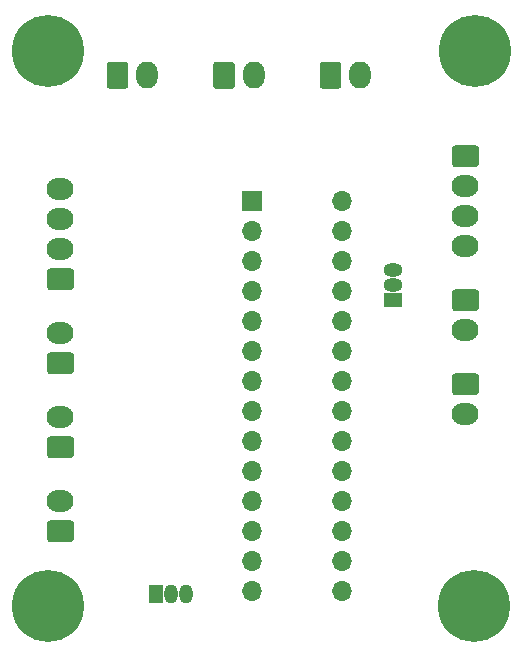
<source format=gbr>
%TF.GenerationSoftware,KiCad,Pcbnew,(5.1.6)-1*%
%TF.CreationDate,2021-03-31T20:23:18+03:00*%
%TF.ProjectId,reflow_oven,7265666c-6f77-45f6-9f76-656e2e6b6963,rev?*%
%TF.SameCoordinates,Original*%
%TF.FileFunction,Soldermask,Bot*%
%TF.FilePolarity,Negative*%
%FSLAX46Y46*%
G04 Gerber Fmt 4.6, Leading zero omitted, Abs format (unit mm)*
G04 Created by KiCad (PCBNEW (5.1.6)-1) date 2021-03-31 20:23:18*
%MOMM*%
%LPD*%
G01*
G04 APERTURE LIST*
%ADD10R,1.700000X1.700000*%
%ADD11O,1.700000X1.700000*%
%ADD12O,1.150000X1.600000*%
%ADD13R,1.150000X1.600000*%
%ADD14C,0.900000*%
%ADD15C,6.100000*%
%ADD16O,2.290000X1.840000*%
%ADD17O,1.840000X2.290000*%
%ADD18O,1.600000X1.150000*%
%ADD19R,1.600000X1.150000*%
G04 APERTURE END LIST*
D10*
%TO.C,U1*%
X50038000Y-67564000D03*
D11*
X57658000Y-100584000D03*
X50038000Y-70104000D03*
X57658000Y-98044000D03*
X50038000Y-72644000D03*
X57658000Y-95504000D03*
X50038000Y-75184000D03*
X57658000Y-92964000D03*
X50038000Y-77724000D03*
X57658000Y-90424000D03*
X50038000Y-80264000D03*
X57658000Y-87884000D03*
X50038000Y-82804000D03*
X57658000Y-85344000D03*
X50038000Y-85344000D03*
X57658000Y-82804000D03*
X50038000Y-87884000D03*
X57658000Y-80264000D03*
X50038000Y-90424000D03*
X57658000Y-77724000D03*
X50038000Y-92964000D03*
X57658000Y-75184000D03*
X50038000Y-95504000D03*
X57658000Y-72644000D03*
X50038000Y-98044000D03*
X57658000Y-70104000D03*
X50038000Y-100584000D03*
X57658000Y-67564000D03*
%TD*%
D12*
%TO.C,Q1*%
X43180000Y-100838000D03*
X44450000Y-100838000D03*
D13*
X41910000Y-100838000D03*
%TD*%
D14*
%TO.C,H2*%
X70460990Y-53273010D03*
X68870000Y-52614000D03*
X67279010Y-53273010D03*
X66620000Y-54864000D03*
X67279010Y-56454990D03*
X68870000Y-57114000D03*
X70460990Y-56454990D03*
X71120000Y-54864000D03*
D15*
X68870000Y-54864000D03*
%TD*%
%TO.C,H3*%
X68834000Y-101854000D03*
D14*
X71084000Y-101854000D03*
X70424990Y-103444990D03*
X68834000Y-104104000D03*
X67243010Y-103444990D03*
X66584000Y-101854000D03*
X67243010Y-100263010D03*
X68834000Y-99604000D03*
X70424990Y-100263010D03*
%TD*%
D15*
%TO.C,H4*%
X32766000Y-54864000D03*
D14*
X35016000Y-54864000D03*
X34356990Y-56454990D03*
X32766000Y-57114000D03*
X31175010Y-56454990D03*
X30516000Y-54864000D03*
X31175010Y-53273010D03*
X32766000Y-52614000D03*
X34356990Y-53273010D03*
%TD*%
D15*
%TO.C,H1*%
X32766000Y-101854000D03*
D14*
X35016000Y-101854000D03*
X34356990Y-103444990D03*
X32766000Y-104104000D03*
X31175010Y-103444990D03*
X30516000Y-101854000D03*
X31175010Y-100263010D03*
X32766000Y-99604000D03*
X34356990Y-100263010D03*
%TD*%
D16*
%TO.C,J1*%
X33782000Y-66548000D03*
X33782000Y-69088000D03*
X33782000Y-71628000D03*
G36*
G01*
X34662633Y-75088000D02*
X32901367Y-75088000D01*
G75*
G02*
X32637000Y-74823633I0J264367D01*
G01*
X32637000Y-73512367D01*
G75*
G02*
X32901367Y-73248000I264367J0D01*
G01*
X34662633Y-73248000D01*
G75*
G02*
X34927000Y-73512367I0J-264367D01*
G01*
X34927000Y-74823633D01*
G75*
G02*
X34662633Y-75088000I-264367J0D01*
G01*
G37*
%TD*%
%TO.C,J2*%
X33782000Y-78740000D03*
G36*
G01*
X34662633Y-82200000D02*
X32901367Y-82200000D01*
G75*
G02*
X32637000Y-81935633I0J264367D01*
G01*
X32637000Y-80624367D01*
G75*
G02*
X32901367Y-80360000I264367J0D01*
G01*
X34662633Y-80360000D01*
G75*
G02*
X34927000Y-80624367I0J-264367D01*
G01*
X34927000Y-81935633D01*
G75*
G02*
X34662633Y-82200000I-264367J0D01*
G01*
G37*
%TD*%
%TO.C,J3*%
G36*
G01*
X34662633Y-89312000D02*
X32901367Y-89312000D01*
G75*
G02*
X32637000Y-89047633I0J264367D01*
G01*
X32637000Y-87736367D01*
G75*
G02*
X32901367Y-87472000I264367J0D01*
G01*
X34662633Y-87472000D01*
G75*
G02*
X34927000Y-87736367I0J-264367D01*
G01*
X34927000Y-89047633D01*
G75*
G02*
X34662633Y-89312000I-264367J0D01*
G01*
G37*
X33782000Y-85852000D03*
%TD*%
%TO.C,J4*%
G36*
G01*
X67191367Y-82138000D02*
X68952633Y-82138000D01*
G75*
G02*
X69217000Y-82402367I0J-264367D01*
G01*
X69217000Y-83713633D01*
G75*
G02*
X68952633Y-83978000I-264367J0D01*
G01*
X67191367Y-83978000D01*
G75*
G02*
X66927000Y-83713633I0J264367D01*
G01*
X66927000Y-82402367D01*
G75*
G02*
X67191367Y-82138000I264367J0D01*
G01*
G37*
X68072000Y-85598000D03*
%TD*%
D17*
%TO.C,J5*%
X41148000Y-56896000D03*
G36*
G01*
X37688000Y-57776633D02*
X37688000Y-56015367D01*
G75*
G02*
X37952367Y-55751000I264367J0D01*
G01*
X39263633Y-55751000D01*
G75*
G02*
X39528000Y-56015367I0J-264367D01*
G01*
X39528000Y-57776633D01*
G75*
G02*
X39263633Y-58041000I-264367J0D01*
G01*
X37952367Y-58041000D01*
G75*
G02*
X37688000Y-57776633I0J264367D01*
G01*
G37*
%TD*%
%TO.C,J6*%
G36*
G01*
X46705000Y-57776633D02*
X46705000Y-56015367D01*
G75*
G02*
X46969367Y-55751000I264367J0D01*
G01*
X48280633Y-55751000D01*
G75*
G02*
X48545000Y-56015367I0J-264367D01*
G01*
X48545000Y-57776633D01*
G75*
G02*
X48280633Y-58041000I-264367J0D01*
G01*
X46969367Y-58041000D01*
G75*
G02*
X46705000Y-57776633I0J264367D01*
G01*
G37*
X50165000Y-56896000D03*
%TD*%
D16*
%TO.C,J7*%
X33782000Y-92964000D03*
G36*
G01*
X34662633Y-96424000D02*
X32901367Y-96424000D01*
G75*
G02*
X32637000Y-96159633I0J264367D01*
G01*
X32637000Y-94848367D01*
G75*
G02*
X32901367Y-94584000I264367J0D01*
G01*
X34662633Y-94584000D01*
G75*
G02*
X34927000Y-94848367I0J-264367D01*
G01*
X34927000Y-96159633D01*
G75*
G02*
X34662633Y-96424000I-264367J0D01*
G01*
G37*
%TD*%
%TO.C,J8*%
G36*
G01*
X67191367Y-62834000D02*
X68952633Y-62834000D01*
G75*
G02*
X69217000Y-63098367I0J-264367D01*
G01*
X69217000Y-64409633D01*
G75*
G02*
X68952633Y-64674000I-264367J0D01*
G01*
X67191367Y-64674000D01*
G75*
G02*
X66927000Y-64409633I0J264367D01*
G01*
X66927000Y-63098367D01*
G75*
G02*
X67191367Y-62834000I264367J0D01*
G01*
G37*
X68072000Y-66294000D03*
X68072000Y-68834000D03*
X68072000Y-71374000D03*
%TD*%
%TO.C,J9*%
G36*
G01*
X55722000Y-57776633D02*
X55722000Y-56015367D01*
G75*
G02*
X55986367Y-55751000I264367J0D01*
G01*
X57297633Y-55751000D01*
G75*
G02*
X57562000Y-56015367I0J-264367D01*
G01*
X57562000Y-57776633D01*
G75*
G02*
X57297633Y-58041000I-264367J0D01*
G01*
X55986367Y-58041000D01*
G75*
G02*
X55722000Y-57776633I0J264367D01*
G01*
G37*
D17*
X59182000Y-56896000D03*
%TD*%
%TO.C,J10*%
G36*
G01*
X67191367Y-75026000D02*
X68952633Y-75026000D01*
G75*
G02*
X69217000Y-75290367I0J-264367D01*
G01*
X69217000Y-76601633D01*
G75*
G02*
X68952633Y-76866000I-264367J0D01*
G01*
X67191367Y-76866000D01*
G75*
G02*
X66927000Y-76601633I0J264367D01*
G01*
X66927000Y-75290367D01*
G75*
G02*
X67191367Y-75026000I264367J0D01*
G01*
G37*
D16*
X68072000Y-78486000D03*
%TD*%
D18*
%TO.C,Q2*%
X61976000Y-74676000D03*
X61976000Y-73406000D03*
D19*
X61976000Y-75946000D03*
%TD*%
M02*

</source>
